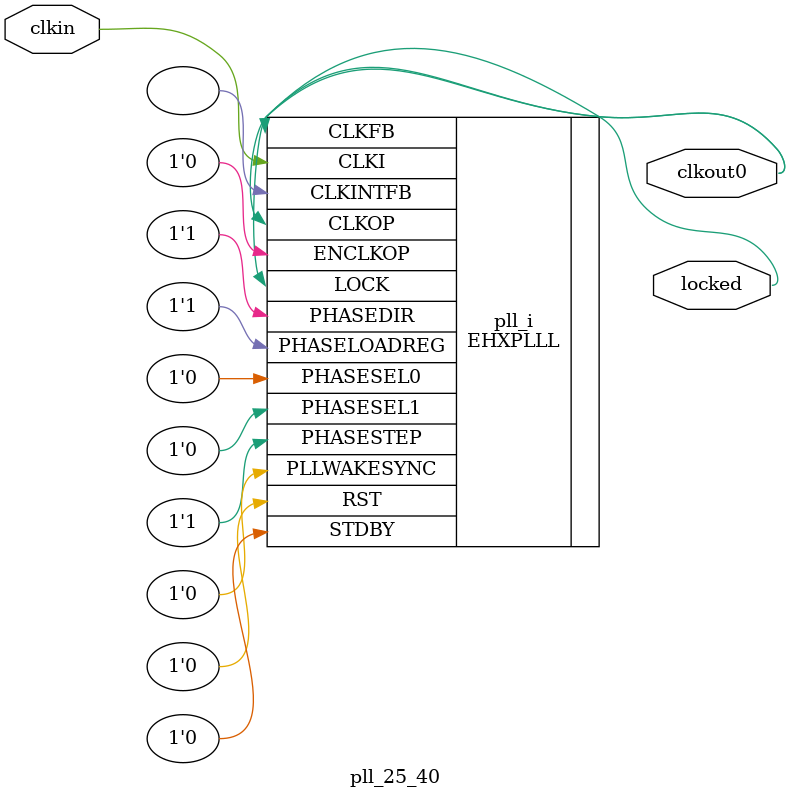
<source format=v>
module pll_25_40
(
    input clkin, // 25 MHz, 0 deg
    output clkout0, // 40 MHz, 0 deg
    output locked
);
(* FREQUENCY_PIN_CLKI="25" *)
(* FREQUENCY_PIN_CLKOP="40" *)
(* ICP_CURRENT="12" *) (* LPF_RESISTOR="8" *) (* MFG_ENABLE_FILTEROPAMP="1" *) (* MFG_GMCREF_SEL="2" *)
EHXPLLL #(
        .PLLRST_ENA("DISABLED"),
        .INTFB_WAKE("DISABLED"),
        .STDBY_ENABLE("DISABLED"),
        .DPHASE_SOURCE("DISABLED"),
        .OUTDIVIDER_MUXA("DIVA"),
        .OUTDIVIDER_MUXB("DIVB"),
        .OUTDIVIDER_MUXC("DIVC"),
        .OUTDIVIDER_MUXD("DIVD"),
        .CLKI_DIV(5),
        .CLKOP_ENABLE("ENABLED"),
        .CLKOP_DIV(15),
        .CLKOP_CPHASE(7),
        .CLKOP_FPHASE(0),
        .FEEDBK_PATH("CLKOP"),
        .CLKFB_DIV(8)
    ) pll_i (
        .RST(1'b0),
        .STDBY(1'b0),
        .CLKI(clkin),
        .CLKOP(clkout0),
        .CLKFB(clkout0),
        .CLKINTFB(),
        .PHASESEL0(1'b0),
        .PHASESEL1(1'b0),
        .PHASEDIR(1'b1),
        .PHASESTEP(1'b1),
        .PHASELOADREG(1'b1),
        .PLLWAKESYNC(1'b0),
        .ENCLKOP(1'b0),
        .LOCK(locked)
	);
endmodule

</source>
